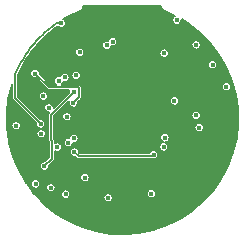
<source format=gbr>
G04 #@! TF.GenerationSoftware,KiCad,Pcbnew,(5.1.5-0-10_14)*
G04 #@! TF.CreationDate,2021-05-03T17:37:28-04:00*
G04 #@! TF.ProjectId,ESLO_RB2,45534c4f-5f52-4423-922e-6b696361645f,rev?*
G04 #@! TF.SameCoordinates,Original*
G04 #@! TF.FileFunction,Copper,L2,Inr*
G04 #@! TF.FilePolarity,Positive*
%FSLAX46Y46*%
G04 Gerber Fmt 4.6, Leading zero omitted, Abs format (unit mm)*
G04 Created by KiCad (PCBNEW (5.1.5-0-10_14)) date 2021-05-03 17:37:28*
%MOMM*%
%LPD*%
G04 APERTURE LIST*
%ADD10C,0.450000*%
%ADD11C,0.150000*%
G04 APERTURE END LIST*
D10*
X215700000Y-95600000D03*
X208769849Y-89145884D03*
X210515358Y-80618212D03*
X206700000Y-89300000D03*
X221943263Y-88428318D03*
X221381794Y-92518206D03*
X210134079Y-89099990D03*
X215800000Y-86900000D03*
X208641366Y-87589013D03*
X217449990Y-91262540D03*
X213477557Y-81650010D03*
X222889990Y-87460701D03*
X212522726Y-91310453D03*
X209300000Y-90900016D03*
X219800000Y-81200000D03*
X221400000Y-81600000D03*
X223800000Y-83600000D03*
X224200000Y-84400000D03*
X224500000Y-85200000D03*
X225100000Y-90100000D03*
X224900000Y-91000000D03*
X224600000Y-91800000D03*
X224300000Y-92600000D03*
X223900000Y-93400000D03*
X223500000Y-94100000D03*
X222100000Y-95700000D03*
X221200000Y-96400000D03*
X220500000Y-92700000D03*
X223200000Y-92500000D03*
X215150000Y-95050000D03*
X216500000Y-95400000D03*
X213500000Y-95400000D03*
X210300000Y-96400000D03*
X209500000Y-95800000D03*
X208700000Y-95000000D03*
X212400000Y-79700000D03*
X210900000Y-81200000D03*
X210000000Y-81400000D03*
X208100000Y-83400000D03*
X210200000Y-83500000D03*
X209200000Y-85100000D03*
X223700000Y-85100000D03*
X219400000Y-79900000D03*
X214500000Y-95400000D03*
X210900000Y-95100000D03*
X211003449Y-88539861D03*
X220100000Y-87200000D03*
X209000000Y-86800000D03*
X212075079Y-83088510D03*
X219237500Y-83162500D03*
X208826710Y-89980794D03*
X210200003Y-91118835D03*
X222203108Y-89462192D03*
X221950000Y-82450000D03*
X224500000Y-86000000D03*
X220309344Y-80349980D03*
X223340000Y-84140000D03*
X211631114Y-91532474D03*
X218350010Y-91760463D03*
X218150000Y-95050000D03*
X211781448Y-85045037D03*
X212527876Y-93697876D03*
X210823949Y-85207633D03*
X211114824Y-90726247D03*
X211595909Y-90367680D03*
X219200000Y-91100000D03*
X219300000Y-90312203D03*
X211563691Y-86472721D03*
X209100000Y-92729990D03*
X209637500Y-94550000D03*
X210300000Y-85500000D03*
X211541491Y-87372733D03*
X208300000Y-84884982D03*
X214366376Y-82508309D03*
X214864658Y-82174049D03*
X208355508Y-94228823D03*
X209470357Y-87776418D03*
D11*
X210021511Y-80709987D02*
X210153423Y-80618212D01*
X209706104Y-80943792D02*
X209862643Y-80825304D01*
X209862643Y-80825304D02*
X210021511Y-80709987D01*
X209551955Y-81065401D02*
X209706104Y-80943792D01*
X209400307Y-81190045D02*
X209551955Y-81065401D01*
X209104590Y-81448370D02*
X209251123Y-81317755D01*
X208960655Y-81581939D02*
X209104590Y-81448370D01*
X208681003Y-81857542D02*
X208819445Y-81718343D01*
X208545370Y-81999490D02*
X208681003Y-81857542D01*
X208282754Y-82291410D02*
X208412611Y-82144123D01*
X208155876Y-82441265D02*
X208282754Y-82291410D01*
X207567948Y-83226858D02*
X207679170Y-83065123D01*
X207459942Y-83390857D02*
X207567948Y-83226858D01*
X207156001Y-83895247D02*
X207253961Y-83725064D01*
X207253961Y-83725064D02*
X207355262Y-83556955D01*
X207911265Y-82748432D02*
X208032081Y-82593563D01*
X206882863Y-84417053D02*
X206970425Y-84241293D01*
X206970425Y-84241293D02*
X207061473Y-84067355D01*
X207061473Y-84067355D02*
X207156001Y-83895247D01*
X208819445Y-81718343D02*
X208960655Y-81581939D01*
X208412611Y-82144123D02*
X208545370Y-81999490D01*
X206718432Y-84773554D02*
X206798875Y-84594453D01*
X206798875Y-84594453D02*
X206882863Y-84417053D01*
X209251123Y-81317755D02*
X209400307Y-81190045D01*
X208032081Y-82593563D02*
X208155876Y-82441265D01*
X206600000Y-86976035D02*
X206600000Y-85057732D01*
X207679170Y-83065123D02*
X207793675Y-82905556D01*
X206641573Y-84954275D02*
X206718432Y-84773554D01*
X207793675Y-82905556D02*
X207911265Y-82748432D01*
X206600000Y-85057732D02*
X206641573Y-84954275D01*
X207355262Y-83556955D02*
X207459942Y-83390857D01*
X210153423Y-80618212D02*
X210515358Y-80618212D01*
X208769849Y-89145884D02*
X206600000Y-86976035D01*
X218210473Y-91900000D02*
X211998640Y-91900000D01*
X211998640Y-91900000D02*
X211631114Y-91532474D01*
X218350010Y-91760463D02*
X218210473Y-91900000D01*
X209750001Y-90583999D02*
X209750001Y-92079989D01*
X209750001Y-92079989D02*
X209100000Y-92729990D01*
X211563691Y-86472721D02*
X209650001Y-88386411D01*
X209650001Y-88386411D02*
X209650001Y-90483999D01*
X209650001Y-90483999D02*
X209750001Y-90583999D01*
X211541491Y-87372733D02*
X212013692Y-86900532D01*
X209480805Y-86065787D02*
X208300000Y-84884982D01*
X212013692Y-86900532D02*
X212013692Y-86065787D01*
X212013692Y-86065787D02*
X209480805Y-86065787D01*
G36*
X219000001Y-79339817D02*
G01*
X219002896Y-79369207D01*
X219014332Y-79406907D01*
X219032903Y-79441651D01*
X219057896Y-79472105D01*
X219088350Y-79497098D01*
X219123094Y-79515669D01*
X219129873Y-79517725D01*
X220160861Y-79978527D01*
X220119873Y-79995505D01*
X220054359Y-80039280D01*
X219998644Y-80094995D01*
X219954869Y-80160509D01*
X219924716Y-80233304D01*
X219909344Y-80310583D01*
X219909344Y-80389377D01*
X219924716Y-80466656D01*
X219954869Y-80539451D01*
X219998644Y-80604965D01*
X220054359Y-80660680D01*
X220119873Y-80704455D01*
X220192668Y-80734608D01*
X220269947Y-80749980D01*
X220348741Y-80749980D01*
X220426020Y-80734608D01*
X220498815Y-80704455D01*
X220564329Y-80660680D01*
X220620044Y-80604965D01*
X220663819Y-80539451D01*
X220693972Y-80466656D01*
X220709344Y-80389377D01*
X220709344Y-80310583D01*
X220706241Y-80294982D01*
X221305660Y-80659181D01*
X222269240Y-81425161D01*
X223129214Y-82305864D01*
X223872031Y-83287413D01*
X224485972Y-84354326D01*
X224961348Y-85489764D01*
X225290671Y-86675839D01*
X225468739Y-87893823D01*
X225492751Y-89124532D01*
X225362324Y-90348538D01*
X225079516Y-91546552D01*
X224648791Y-92699667D01*
X224076935Y-93789710D01*
X223372970Y-94799486D01*
X222547993Y-95713071D01*
X221615024Y-96516052D01*
X220588777Y-97195766D01*
X219485426Y-97741501D01*
X218322371Y-98144647D01*
X217117966Y-98398844D01*
X215891201Y-98500084D01*
X214661418Y-98446771D01*
X213448014Y-98239746D01*
X212270121Y-97882272D01*
X211146324Y-97379989D01*
X210094340Y-96740819D01*
X209130756Y-95974835D01*
X208270786Y-95094136D01*
X208245409Y-95060603D01*
X210500000Y-95060603D01*
X210500000Y-95139397D01*
X210515372Y-95216676D01*
X210545525Y-95289471D01*
X210589300Y-95354985D01*
X210645015Y-95410700D01*
X210710529Y-95454475D01*
X210783324Y-95484628D01*
X210860603Y-95500000D01*
X210939397Y-95500000D01*
X211016676Y-95484628D01*
X211089471Y-95454475D01*
X211154985Y-95410700D01*
X211205082Y-95360603D01*
X214100000Y-95360603D01*
X214100000Y-95439397D01*
X214115372Y-95516676D01*
X214145525Y-95589471D01*
X214189300Y-95654985D01*
X214245015Y-95710700D01*
X214310529Y-95754475D01*
X214383324Y-95784628D01*
X214460603Y-95800000D01*
X214539397Y-95800000D01*
X214616676Y-95784628D01*
X214689471Y-95754475D01*
X214754985Y-95710700D01*
X214810700Y-95654985D01*
X214854475Y-95589471D01*
X214884628Y-95516676D01*
X214900000Y-95439397D01*
X214900000Y-95360603D01*
X214884628Y-95283324D01*
X214854475Y-95210529D01*
X214810700Y-95145015D01*
X214754985Y-95089300D01*
X214689471Y-95045525D01*
X214616676Y-95015372D01*
X214592702Y-95010603D01*
X217750000Y-95010603D01*
X217750000Y-95089397D01*
X217765372Y-95166676D01*
X217795525Y-95239471D01*
X217839300Y-95304985D01*
X217895015Y-95360700D01*
X217960529Y-95404475D01*
X218033324Y-95434628D01*
X218110603Y-95450000D01*
X218189397Y-95450000D01*
X218266676Y-95434628D01*
X218339471Y-95404475D01*
X218404985Y-95360700D01*
X218460700Y-95304985D01*
X218504475Y-95239471D01*
X218534628Y-95166676D01*
X218550000Y-95089397D01*
X218550000Y-95010603D01*
X218534628Y-94933324D01*
X218504475Y-94860529D01*
X218460700Y-94795015D01*
X218404985Y-94739300D01*
X218339471Y-94695525D01*
X218266676Y-94665372D01*
X218189397Y-94650000D01*
X218110603Y-94650000D01*
X218033324Y-94665372D01*
X217960529Y-94695525D01*
X217895015Y-94739300D01*
X217839300Y-94795015D01*
X217795525Y-94860529D01*
X217765372Y-94933324D01*
X217750000Y-95010603D01*
X214592702Y-95010603D01*
X214539397Y-95000000D01*
X214460603Y-95000000D01*
X214383324Y-95015372D01*
X214310529Y-95045525D01*
X214245015Y-95089300D01*
X214189300Y-95145015D01*
X214145525Y-95210529D01*
X214115372Y-95283324D01*
X214100000Y-95360603D01*
X211205082Y-95360603D01*
X211210700Y-95354985D01*
X211254475Y-95289471D01*
X211284628Y-95216676D01*
X211300000Y-95139397D01*
X211300000Y-95060603D01*
X211284628Y-94983324D01*
X211254475Y-94910529D01*
X211210700Y-94845015D01*
X211154985Y-94789300D01*
X211089471Y-94745525D01*
X211016676Y-94715372D01*
X210939397Y-94700000D01*
X210860603Y-94700000D01*
X210783324Y-94715372D01*
X210710529Y-94745525D01*
X210645015Y-94789300D01*
X210589300Y-94845015D01*
X210545525Y-94910529D01*
X210515372Y-94983324D01*
X210500000Y-95060603D01*
X208245409Y-95060603D01*
X207586120Y-94189426D01*
X207955508Y-94189426D01*
X207955508Y-94268220D01*
X207970880Y-94345499D01*
X208001033Y-94418294D01*
X208044808Y-94483808D01*
X208100523Y-94539523D01*
X208166037Y-94583298D01*
X208238832Y-94613451D01*
X208316111Y-94628823D01*
X208394905Y-94628823D01*
X208472184Y-94613451D01*
X208544979Y-94583298D01*
X208610493Y-94539523D01*
X208639413Y-94510603D01*
X209237500Y-94510603D01*
X209237500Y-94589397D01*
X209252872Y-94666676D01*
X209283025Y-94739471D01*
X209326800Y-94804985D01*
X209382515Y-94860700D01*
X209448029Y-94904475D01*
X209520824Y-94934628D01*
X209598103Y-94950000D01*
X209676897Y-94950000D01*
X209754176Y-94934628D01*
X209826971Y-94904475D01*
X209892485Y-94860700D01*
X209948200Y-94804985D01*
X209991975Y-94739471D01*
X210022128Y-94666676D01*
X210037500Y-94589397D01*
X210037500Y-94510603D01*
X210022128Y-94433324D01*
X209991975Y-94360529D01*
X209948200Y-94295015D01*
X209892485Y-94239300D01*
X209826971Y-94195525D01*
X209754176Y-94165372D01*
X209676897Y-94150000D01*
X209598103Y-94150000D01*
X209520824Y-94165372D01*
X209448029Y-94195525D01*
X209382515Y-94239300D01*
X209326800Y-94295015D01*
X209283025Y-94360529D01*
X209252872Y-94433324D01*
X209237500Y-94510603D01*
X208639413Y-94510603D01*
X208666208Y-94483808D01*
X208709983Y-94418294D01*
X208740136Y-94345499D01*
X208755508Y-94268220D01*
X208755508Y-94189426D01*
X208740136Y-94112147D01*
X208709983Y-94039352D01*
X208666208Y-93973838D01*
X208610493Y-93918123D01*
X208544979Y-93874348D01*
X208472184Y-93844195D01*
X208394905Y-93828823D01*
X208316111Y-93828823D01*
X208238832Y-93844195D01*
X208166037Y-93874348D01*
X208100523Y-93918123D01*
X208044808Y-93973838D01*
X208001033Y-94039352D01*
X207970880Y-94112147D01*
X207955508Y-94189426D01*
X207586120Y-94189426D01*
X207527966Y-94112582D01*
X207266659Y-93658479D01*
X212127876Y-93658479D01*
X212127876Y-93737273D01*
X212143248Y-93814552D01*
X212173401Y-93887347D01*
X212217176Y-93952861D01*
X212272891Y-94008576D01*
X212338405Y-94052351D01*
X212411200Y-94082504D01*
X212488479Y-94097876D01*
X212567273Y-94097876D01*
X212644552Y-94082504D01*
X212717347Y-94052351D01*
X212782861Y-94008576D01*
X212838576Y-93952861D01*
X212882351Y-93887347D01*
X212912504Y-93814552D01*
X212927876Y-93737273D01*
X212927876Y-93658479D01*
X212912504Y-93581200D01*
X212882351Y-93508405D01*
X212838576Y-93442891D01*
X212782861Y-93387176D01*
X212717347Y-93343401D01*
X212644552Y-93313248D01*
X212567273Y-93297876D01*
X212488479Y-93297876D01*
X212411200Y-93313248D01*
X212338405Y-93343401D01*
X212272891Y-93387176D01*
X212217176Y-93442891D01*
X212173401Y-93508405D01*
X212143248Y-93581200D01*
X212127876Y-93658479D01*
X207266659Y-93658479D01*
X206914028Y-93045674D01*
X206438652Y-91910236D01*
X206109329Y-90724161D01*
X205994890Y-89941397D01*
X208426710Y-89941397D01*
X208426710Y-90020191D01*
X208442082Y-90097470D01*
X208472235Y-90170265D01*
X208516010Y-90235779D01*
X208571725Y-90291494D01*
X208637239Y-90335269D01*
X208710034Y-90365422D01*
X208787313Y-90380794D01*
X208866107Y-90380794D01*
X208943386Y-90365422D01*
X209016181Y-90335269D01*
X209081695Y-90291494D01*
X209137410Y-90235779D01*
X209181185Y-90170265D01*
X209211338Y-90097470D01*
X209226710Y-90020191D01*
X209226710Y-89941397D01*
X209211338Y-89864118D01*
X209181185Y-89791323D01*
X209137410Y-89725809D01*
X209081695Y-89670094D01*
X209016181Y-89626319D01*
X208943386Y-89596166D01*
X208866107Y-89580794D01*
X208787313Y-89580794D01*
X208710034Y-89596166D01*
X208637239Y-89626319D01*
X208571725Y-89670094D01*
X208516010Y-89725809D01*
X208472235Y-89791323D01*
X208442082Y-89864118D01*
X208426710Y-89941397D01*
X205994890Y-89941397D01*
X205931261Y-89506178D01*
X205926470Y-89260603D01*
X206300000Y-89260603D01*
X206300000Y-89339397D01*
X206315372Y-89416676D01*
X206345525Y-89489471D01*
X206389300Y-89554985D01*
X206445015Y-89610700D01*
X206510529Y-89654475D01*
X206583324Y-89684628D01*
X206660603Y-89700000D01*
X206739397Y-89700000D01*
X206816676Y-89684628D01*
X206889471Y-89654475D01*
X206954985Y-89610700D01*
X207010700Y-89554985D01*
X207054475Y-89489471D01*
X207084628Y-89416676D01*
X207100000Y-89339397D01*
X207100000Y-89260603D01*
X207084628Y-89183324D01*
X207054475Y-89110529D01*
X207010700Y-89045015D01*
X206954985Y-88989300D01*
X206889471Y-88945525D01*
X206816676Y-88915372D01*
X206739397Y-88900000D01*
X206660603Y-88900000D01*
X206583324Y-88915372D01*
X206510529Y-88945525D01*
X206445015Y-88989300D01*
X206389300Y-89045015D01*
X206345525Y-89110529D01*
X206315372Y-89183324D01*
X206300000Y-89260603D01*
X205926470Y-89260603D01*
X205907249Y-88275468D01*
X206037676Y-87051462D01*
X206320484Y-85853448D01*
X206350001Y-85774427D01*
X206350000Y-86963760D01*
X206348791Y-86976035D01*
X206352189Y-87010529D01*
X206353618Y-87025042D01*
X206367913Y-87072168D01*
X206391127Y-87115599D01*
X206422368Y-87153667D01*
X206431914Y-87161501D01*
X208371019Y-89100607D01*
X208369849Y-89106487D01*
X208369849Y-89185281D01*
X208385221Y-89262560D01*
X208415374Y-89335355D01*
X208459149Y-89400869D01*
X208514864Y-89456584D01*
X208580378Y-89500359D01*
X208653173Y-89530512D01*
X208730452Y-89545884D01*
X208809246Y-89545884D01*
X208886525Y-89530512D01*
X208959320Y-89500359D01*
X209024834Y-89456584D01*
X209080549Y-89400869D01*
X209124324Y-89335355D01*
X209154477Y-89262560D01*
X209169849Y-89185281D01*
X209169849Y-89106487D01*
X209154477Y-89029208D01*
X209124324Y-88956413D01*
X209080549Y-88890899D01*
X209024834Y-88835184D01*
X208959320Y-88791409D01*
X208886525Y-88761256D01*
X208809246Y-88745884D01*
X208730452Y-88745884D01*
X208724572Y-88747054D01*
X206850000Y-86872483D01*
X206850000Y-86760603D01*
X208600000Y-86760603D01*
X208600000Y-86839397D01*
X208615372Y-86916676D01*
X208645525Y-86989471D01*
X208689300Y-87054985D01*
X208745015Y-87110700D01*
X208810529Y-87154475D01*
X208883324Y-87184628D01*
X208960603Y-87200000D01*
X209039397Y-87200000D01*
X209116676Y-87184628D01*
X209189471Y-87154475D01*
X209254985Y-87110700D01*
X209310700Y-87054985D01*
X209354475Y-86989471D01*
X209384628Y-86916676D01*
X209400000Y-86839397D01*
X209400000Y-86760603D01*
X209384628Y-86683324D01*
X209354475Y-86610529D01*
X209310700Y-86545015D01*
X209254985Y-86489300D01*
X209189471Y-86445525D01*
X209116676Y-86415372D01*
X209039397Y-86400000D01*
X208960603Y-86400000D01*
X208883324Y-86415372D01*
X208810529Y-86445525D01*
X208745015Y-86489300D01*
X208689300Y-86545015D01*
X208645525Y-86610529D01*
X208615372Y-86683324D01*
X208600000Y-86760603D01*
X206850000Y-86760603D01*
X206850000Y-85106081D01*
X206872618Y-85049797D01*
X206947510Y-84873700D01*
X206960137Y-84845585D01*
X207900000Y-84845585D01*
X207900000Y-84924379D01*
X207915372Y-85001658D01*
X207945525Y-85074453D01*
X207989300Y-85139967D01*
X208045015Y-85195682D01*
X208110529Y-85239457D01*
X208183324Y-85269610D01*
X208260603Y-85284982D01*
X208339397Y-85284982D01*
X208345278Y-85283812D01*
X209295348Y-86233884D01*
X209303173Y-86243419D01*
X209341241Y-86274660D01*
X209384671Y-86297874D01*
X209431797Y-86312169D01*
X209468530Y-86315787D01*
X209468531Y-86315787D01*
X209480804Y-86316996D01*
X209493077Y-86315787D01*
X211195739Y-86315787D01*
X211179063Y-86356045D01*
X211163691Y-86433324D01*
X211163691Y-86512118D01*
X211164861Y-86517998D01*
X209870357Y-87812503D01*
X209870357Y-87737021D01*
X209854985Y-87659742D01*
X209824832Y-87586947D01*
X209781057Y-87521433D01*
X209725342Y-87465718D01*
X209659828Y-87421943D01*
X209587033Y-87391790D01*
X209509754Y-87376418D01*
X209430960Y-87376418D01*
X209353681Y-87391790D01*
X209280886Y-87421943D01*
X209215372Y-87465718D01*
X209159657Y-87521433D01*
X209115882Y-87586947D01*
X209085729Y-87659742D01*
X209070357Y-87737021D01*
X209070357Y-87815815D01*
X209085729Y-87893094D01*
X209115882Y-87965889D01*
X209159657Y-88031403D01*
X209215372Y-88087118D01*
X209280886Y-88130893D01*
X209353681Y-88161046D01*
X209430960Y-88176418D01*
X209506442Y-88176418D01*
X209481915Y-88200945D01*
X209472369Y-88208779D01*
X209441128Y-88246847D01*
X209419141Y-88287982D01*
X209417914Y-88290278D01*
X209403619Y-88337403D01*
X209398792Y-88386411D01*
X209400001Y-88398686D01*
X209400002Y-90471714D01*
X209398792Y-90483999D01*
X209403619Y-90533007D01*
X209417914Y-90580132D01*
X209425661Y-90594625D01*
X209441129Y-90623563D01*
X209472370Y-90661631D01*
X209481910Y-90669460D01*
X209500001Y-90687551D01*
X209500002Y-91976434D01*
X209145278Y-92331160D01*
X209139397Y-92329990D01*
X209060603Y-92329990D01*
X208983324Y-92345362D01*
X208910529Y-92375515D01*
X208845015Y-92419290D01*
X208789300Y-92475005D01*
X208745525Y-92540519D01*
X208715372Y-92613314D01*
X208700000Y-92690593D01*
X208700000Y-92769387D01*
X208715372Y-92846666D01*
X208745525Y-92919461D01*
X208789300Y-92984975D01*
X208845015Y-93040690D01*
X208910529Y-93084465D01*
X208983324Y-93114618D01*
X209060603Y-93129990D01*
X209139397Y-93129990D01*
X209216676Y-93114618D01*
X209289471Y-93084465D01*
X209354985Y-93040690D01*
X209410700Y-92984975D01*
X209454475Y-92919461D01*
X209484628Y-92846666D01*
X209500000Y-92769387D01*
X209500000Y-92690593D01*
X209498830Y-92684712D01*
X209918098Y-92265446D01*
X209927633Y-92257621D01*
X209958874Y-92219553D01*
X209982088Y-92176123D01*
X209983474Y-92171555D01*
X209996383Y-92128999D01*
X210001210Y-92079990D01*
X210000001Y-92067715D01*
X210000001Y-91466273D01*
X210010532Y-91473310D01*
X210083327Y-91503463D01*
X210160606Y-91518835D01*
X210239400Y-91518835D01*
X210316679Y-91503463D01*
X210341752Y-91493077D01*
X211231114Y-91493077D01*
X211231114Y-91571871D01*
X211246486Y-91649150D01*
X211276639Y-91721945D01*
X211320414Y-91787459D01*
X211376129Y-91843174D01*
X211441643Y-91886949D01*
X211514438Y-91917102D01*
X211591717Y-91932474D01*
X211670511Y-91932474D01*
X211676391Y-91931304D01*
X211813182Y-92068096D01*
X211821008Y-92077632D01*
X211859076Y-92108873D01*
X211902506Y-92132087D01*
X211949632Y-92146382D01*
X211986365Y-92150000D01*
X211986366Y-92150000D01*
X211998639Y-92151209D01*
X212010912Y-92150000D01*
X218198198Y-92150000D01*
X218210473Y-92151209D01*
X218246334Y-92147677D01*
X218310613Y-92160463D01*
X218389407Y-92160463D01*
X218466686Y-92145091D01*
X218539481Y-92114938D01*
X218604995Y-92071163D01*
X218660710Y-92015448D01*
X218704485Y-91949934D01*
X218734638Y-91877139D01*
X218750010Y-91799860D01*
X218750010Y-91721066D01*
X218734638Y-91643787D01*
X218704485Y-91570992D01*
X218660710Y-91505478D01*
X218604995Y-91449763D01*
X218539481Y-91405988D01*
X218466686Y-91375835D01*
X218389407Y-91360463D01*
X218310613Y-91360463D01*
X218233334Y-91375835D01*
X218160539Y-91405988D01*
X218095025Y-91449763D01*
X218039310Y-91505478D01*
X217995535Y-91570992D01*
X217965382Y-91643787D01*
X217964146Y-91650000D01*
X212102194Y-91650000D01*
X212029944Y-91577751D01*
X212031114Y-91571871D01*
X212031114Y-91493077D01*
X212015742Y-91415798D01*
X211985589Y-91343003D01*
X211941814Y-91277489D01*
X211886099Y-91221774D01*
X211820585Y-91177999D01*
X211747790Y-91147846D01*
X211670511Y-91132474D01*
X211591717Y-91132474D01*
X211514438Y-91147846D01*
X211441643Y-91177999D01*
X211376129Y-91221774D01*
X211320414Y-91277489D01*
X211276639Y-91343003D01*
X211246486Y-91415798D01*
X211231114Y-91493077D01*
X210341752Y-91493077D01*
X210389474Y-91473310D01*
X210454988Y-91429535D01*
X210510703Y-91373820D01*
X210554478Y-91308306D01*
X210584631Y-91235511D01*
X210600003Y-91158232D01*
X210600003Y-91079438D01*
X210584631Y-91002159D01*
X210554478Y-90929364D01*
X210510703Y-90863850D01*
X210454988Y-90808135D01*
X210389474Y-90764360D01*
X210316679Y-90734207D01*
X210239400Y-90718835D01*
X210160606Y-90718835D01*
X210083327Y-90734207D01*
X210010532Y-90764360D01*
X210000001Y-90771397D01*
X210000001Y-90686850D01*
X210714824Y-90686850D01*
X210714824Y-90765644D01*
X210730196Y-90842923D01*
X210760349Y-90915718D01*
X210804124Y-90981232D01*
X210859839Y-91036947D01*
X210925353Y-91080722D01*
X210998148Y-91110875D01*
X211075427Y-91126247D01*
X211154221Y-91126247D01*
X211231500Y-91110875D01*
X211304295Y-91080722D01*
X211334405Y-91060603D01*
X218800000Y-91060603D01*
X218800000Y-91139397D01*
X218815372Y-91216676D01*
X218845525Y-91289471D01*
X218889300Y-91354985D01*
X218945015Y-91410700D01*
X219010529Y-91454475D01*
X219083324Y-91484628D01*
X219160603Y-91500000D01*
X219239397Y-91500000D01*
X219316676Y-91484628D01*
X219389471Y-91454475D01*
X219454985Y-91410700D01*
X219510700Y-91354985D01*
X219554475Y-91289471D01*
X219584628Y-91216676D01*
X219600000Y-91139397D01*
X219600000Y-91060603D01*
X219584628Y-90983324D01*
X219554475Y-90910529D01*
X219510700Y-90845015D01*
X219454985Y-90789300D01*
X219389471Y-90745525D01*
X219316676Y-90715372D01*
X219300745Y-90712203D01*
X219339397Y-90712203D01*
X219416676Y-90696831D01*
X219489471Y-90666678D01*
X219554985Y-90622903D01*
X219610700Y-90567188D01*
X219654475Y-90501674D01*
X219684628Y-90428879D01*
X219700000Y-90351600D01*
X219700000Y-90272806D01*
X219684628Y-90195527D01*
X219654475Y-90122732D01*
X219610700Y-90057218D01*
X219554985Y-90001503D01*
X219489471Y-89957728D01*
X219416676Y-89927575D01*
X219339397Y-89912203D01*
X219260603Y-89912203D01*
X219183324Y-89927575D01*
X219110529Y-89957728D01*
X219045015Y-90001503D01*
X218989300Y-90057218D01*
X218945525Y-90122732D01*
X218915372Y-90195527D01*
X218900000Y-90272806D01*
X218900000Y-90351600D01*
X218915372Y-90428879D01*
X218945525Y-90501674D01*
X218989300Y-90567188D01*
X219045015Y-90622903D01*
X219110529Y-90666678D01*
X219183324Y-90696831D01*
X219199255Y-90700000D01*
X219160603Y-90700000D01*
X219083324Y-90715372D01*
X219010529Y-90745525D01*
X218945015Y-90789300D01*
X218889300Y-90845015D01*
X218845525Y-90910529D01*
X218815372Y-90983324D01*
X218800000Y-91060603D01*
X211334405Y-91060603D01*
X211369809Y-91036947D01*
X211425524Y-90981232D01*
X211469299Y-90915718D01*
X211499452Y-90842923D01*
X211514824Y-90765644D01*
X211514824Y-90759388D01*
X211556512Y-90767680D01*
X211635306Y-90767680D01*
X211712585Y-90752308D01*
X211785380Y-90722155D01*
X211850894Y-90678380D01*
X211906609Y-90622665D01*
X211950384Y-90557151D01*
X211980537Y-90484356D01*
X211995909Y-90407077D01*
X211995909Y-90328283D01*
X211980537Y-90251004D01*
X211950384Y-90178209D01*
X211906609Y-90112695D01*
X211850894Y-90056980D01*
X211785380Y-90013205D01*
X211712585Y-89983052D01*
X211635306Y-89967680D01*
X211556512Y-89967680D01*
X211479233Y-89983052D01*
X211406438Y-90013205D01*
X211340924Y-90056980D01*
X211285209Y-90112695D01*
X211241434Y-90178209D01*
X211211281Y-90251004D01*
X211195909Y-90328283D01*
X211195909Y-90334539D01*
X211154221Y-90326247D01*
X211075427Y-90326247D01*
X210998148Y-90341619D01*
X210925353Y-90371772D01*
X210859839Y-90415547D01*
X210804124Y-90471262D01*
X210760349Y-90536776D01*
X210730196Y-90609571D01*
X210714824Y-90686850D01*
X210000001Y-90686850D01*
X210000001Y-90596271D01*
X210001210Y-90583998D01*
X210000001Y-90571724D01*
X209996383Y-90534991D01*
X209982088Y-90487865D01*
X209958874Y-90444435D01*
X209927633Y-90406367D01*
X209918091Y-90398537D01*
X209900001Y-90380446D01*
X209900001Y-89422795D01*
X221803108Y-89422795D01*
X221803108Y-89501589D01*
X221818480Y-89578868D01*
X221848633Y-89651663D01*
X221892408Y-89717177D01*
X221948123Y-89772892D01*
X222013637Y-89816667D01*
X222086432Y-89846820D01*
X222163711Y-89862192D01*
X222242505Y-89862192D01*
X222319784Y-89846820D01*
X222392579Y-89816667D01*
X222458093Y-89772892D01*
X222513808Y-89717177D01*
X222557583Y-89651663D01*
X222587736Y-89578868D01*
X222603108Y-89501589D01*
X222603108Y-89422795D01*
X222587736Y-89345516D01*
X222557583Y-89272721D01*
X222513808Y-89207207D01*
X222458093Y-89151492D01*
X222392579Y-89107717D01*
X222319784Y-89077564D01*
X222242505Y-89062192D01*
X222163711Y-89062192D01*
X222086432Y-89077564D01*
X222013637Y-89107717D01*
X221948123Y-89151492D01*
X221892408Y-89207207D01*
X221848633Y-89272721D01*
X221818480Y-89345516D01*
X221803108Y-89422795D01*
X209900001Y-89422795D01*
X209900001Y-88500464D01*
X210603449Y-88500464D01*
X210603449Y-88579258D01*
X210618821Y-88656537D01*
X210648974Y-88729332D01*
X210692749Y-88794846D01*
X210748464Y-88850561D01*
X210813978Y-88894336D01*
X210886773Y-88924489D01*
X210964052Y-88939861D01*
X211042846Y-88939861D01*
X211120125Y-88924489D01*
X211192920Y-88894336D01*
X211258434Y-88850561D01*
X211314149Y-88794846D01*
X211357924Y-88729332D01*
X211388077Y-88656537D01*
X211403449Y-88579258D01*
X211403449Y-88500464D01*
X211388077Y-88423185D01*
X211373885Y-88388921D01*
X221543263Y-88388921D01*
X221543263Y-88467715D01*
X221558635Y-88544994D01*
X221588788Y-88617789D01*
X221632563Y-88683303D01*
X221688278Y-88739018D01*
X221753792Y-88782793D01*
X221826587Y-88812946D01*
X221903866Y-88828318D01*
X221982660Y-88828318D01*
X222059939Y-88812946D01*
X222132734Y-88782793D01*
X222198248Y-88739018D01*
X222253963Y-88683303D01*
X222297738Y-88617789D01*
X222327891Y-88544994D01*
X222343263Y-88467715D01*
X222343263Y-88388921D01*
X222327891Y-88311642D01*
X222297738Y-88238847D01*
X222253963Y-88173333D01*
X222198248Y-88117618D01*
X222132734Y-88073843D01*
X222059939Y-88043690D01*
X221982660Y-88028318D01*
X221903866Y-88028318D01*
X221826587Y-88043690D01*
X221753792Y-88073843D01*
X221688278Y-88117618D01*
X221632563Y-88173333D01*
X221588788Y-88238847D01*
X221558635Y-88311642D01*
X221543263Y-88388921D01*
X211373885Y-88388921D01*
X211357924Y-88350390D01*
X211314149Y-88284876D01*
X211258434Y-88229161D01*
X211192920Y-88185386D01*
X211120125Y-88155233D01*
X211042846Y-88139861D01*
X210964052Y-88139861D01*
X210886773Y-88155233D01*
X210813978Y-88185386D01*
X210748464Y-88229161D01*
X210692749Y-88284876D01*
X210648974Y-88350390D01*
X210618821Y-88423185D01*
X210603449Y-88500464D01*
X209900001Y-88500464D01*
X209900001Y-88489963D01*
X211173095Y-87216871D01*
X211156863Y-87256057D01*
X211141491Y-87333336D01*
X211141491Y-87412130D01*
X211156863Y-87489409D01*
X211187016Y-87562204D01*
X211230791Y-87627718D01*
X211286506Y-87683433D01*
X211352020Y-87727208D01*
X211424815Y-87757361D01*
X211502094Y-87772733D01*
X211580888Y-87772733D01*
X211658167Y-87757361D01*
X211730962Y-87727208D01*
X211796476Y-87683433D01*
X211852191Y-87627718D01*
X211895966Y-87562204D01*
X211926119Y-87489409D01*
X211941491Y-87412130D01*
X211941491Y-87333336D01*
X211940321Y-87327456D01*
X212107174Y-87160603D01*
X219700000Y-87160603D01*
X219700000Y-87239397D01*
X219715372Y-87316676D01*
X219745525Y-87389471D01*
X219789300Y-87454985D01*
X219845015Y-87510700D01*
X219910529Y-87554475D01*
X219983324Y-87584628D01*
X220060603Y-87600000D01*
X220139397Y-87600000D01*
X220216676Y-87584628D01*
X220289471Y-87554475D01*
X220354985Y-87510700D01*
X220410700Y-87454985D01*
X220454475Y-87389471D01*
X220484628Y-87316676D01*
X220500000Y-87239397D01*
X220500000Y-87160603D01*
X220484628Y-87083324D01*
X220454475Y-87010529D01*
X220410700Y-86945015D01*
X220354985Y-86889300D01*
X220289471Y-86845525D01*
X220216676Y-86815372D01*
X220139397Y-86800000D01*
X220060603Y-86800000D01*
X219983324Y-86815372D01*
X219910529Y-86845525D01*
X219845015Y-86889300D01*
X219789300Y-86945015D01*
X219745525Y-87010529D01*
X219715372Y-87083324D01*
X219700000Y-87160603D01*
X212107174Y-87160603D01*
X212181788Y-87085989D01*
X212191324Y-87078164D01*
X212222565Y-87040096D01*
X212245779Y-86996666D01*
X212247962Y-86989471D01*
X212260074Y-86949541D01*
X212264901Y-86900533D01*
X212263692Y-86888258D01*
X212263692Y-86078062D01*
X212264901Y-86065787D01*
X212260074Y-86016779D01*
X212245779Y-85969653D01*
X212240942Y-85960603D01*
X224100000Y-85960603D01*
X224100000Y-86039397D01*
X224115372Y-86116676D01*
X224145525Y-86189471D01*
X224189300Y-86254985D01*
X224245015Y-86310700D01*
X224310529Y-86354475D01*
X224383324Y-86384628D01*
X224460603Y-86400000D01*
X224539397Y-86400000D01*
X224616676Y-86384628D01*
X224689471Y-86354475D01*
X224754985Y-86310700D01*
X224810700Y-86254985D01*
X224854475Y-86189471D01*
X224884628Y-86116676D01*
X224900000Y-86039397D01*
X224900000Y-85960603D01*
X224884628Y-85883324D01*
X224854475Y-85810529D01*
X224810700Y-85745015D01*
X224754985Y-85689300D01*
X224689471Y-85645525D01*
X224616676Y-85615372D01*
X224539397Y-85600000D01*
X224460603Y-85600000D01*
X224383324Y-85615372D01*
X224310529Y-85645525D01*
X224245015Y-85689300D01*
X224189300Y-85745015D01*
X224145525Y-85810529D01*
X224115372Y-85883324D01*
X224100000Y-85960603D01*
X212240942Y-85960603D01*
X212222565Y-85926223D01*
X212191324Y-85888155D01*
X212153256Y-85856914D01*
X212109826Y-85833700D01*
X212062700Y-85819405D01*
X212025967Y-85815787D01*
X212013692Y-85814578D01*
X212001417Y-85815787D01*
X210547372Y-85815787D01*
X210554985Y-85810700D01*
X210610700Y-85754985D01*
X210654475Y-85689471D01*
X210684628Y-85616676D01*
X210690839Y-85585454D01*
X210707273Y-85592261D01*
X210784552Y-85607633D01*
X210863346Y-85607633D01*
X210940625Y-85592261D01*
X211013420Y-85562108D01*
X211078934Y-85518333D01*
X211134649Y-85462618D01*
X211178424Y-85397104D01*
X211208577Y-85324309D01*
X211223949Y-85247030D01*
X211223949Y-85168236D01*
X211208577Y-85090957D01*
X211178424Y-85018162D01*
X211170058Y-85005640D01*
X211381448Y-85005640D01*
X211381448Y-85084434D01*
X211396820Y-85161713D01*
X211426973Y-85234508D01*
X211470748Y-85300022D01*
X211526463Y-85355737D01*
X211591977Y-85399512D01*
X211664772Y-85429665D01*
X211742051Y-85445037D01*
X211820845Y-85445037D01*
X211898124Y-85429665D01*
X211970919Y-85399512D01*
X212036433Y-85355737D01*
X212092148Y-85300022D01*
X212135923Y-85234508D01*
X212166076Y-85161713D01*
X212181448Y-85084434D01*
X212181448Y-85005640D01*
X212166076Y-84928361D01*
X212135923Y-84855566D01*
X212092148Y-84790052D01*
X212036433Y-84734337D01*
X211970919Y-84690562D01*
X211898124Y-84660409D01*
X211820845Y-84645037D01*
X211742051Y-84645037D01*
X211664772Y-84660409D01*
X211591977Y-84690562D01*
X211526463Y-84734337D01*
X211470748Y-84790052D01*
X211426973Y-84855566D01*
X211396820Y-84928361D01*
X211381448Y-85005640D01*
X211170058Y-85005640D01*
X211134649Y-84952648D01*
X211078934Y-84896933D01*
X211013420Y-84853158D01*
X210940625Y-84823005D01*
X210863346Y-84807633D01*
X210784552Y-84807633D01*
X210707273Y-84823005D01*
X210634478Y-84853158D01*
X210568964Y-84896933D01*
X210513249Y-84952648D01*
X210469474Y-85018162D01*
X210439321Y-85090957D01*
X210433110Y-85122179D01*
X210416676Y-85115372D01*
X210339397Y-85100000D01*
X210260603Y-85100000D01*
X210183324Y-85115372D01*
X210110529Y-85145525D01*
X210045015Y-85189300D01*
X209989300Y-85245015D01*
X209945525Y-85310529D01*
X209915372Y-85383324D01*
X209900000Y-85460603D01*
X209900000Y-85539397D01*
X209915372Y-85616676D01*
X209945525Y-85689471D01*
X209989300Y-85754985D01*
X210045015Y-85810700D01*
X210052628Y-85815787D01*
X209584359Y-85815787D01*
X208698830Y-84930260D01*
X208700000Y-84924379D01*
X208700000Y-84845585D01*
X208684628Y-84768306D01*
X208654475Y-84695511D01*
X208610700Y-84629997D01*
X208554985Y-84574282D01*
X208489471Y-84530507D01*
X208416676Y-84500354D01*
X208339397Y-84484982D01*
X208260603Y-84484982D01*
X208183324Y-84500354D01*
X208110529Y-84530507D01*
X208045015Y-84574282D01*
X207989300Y-84629997D01*
X207945525Y-84695511D01*
X207915372Y-84768306D01*
X207900000Y-84845585D01*
X206960137Y-84845585D01*
X207025914Y-84699139D01*
X207107768Y-84526250D01*
X207193101Y-84354965D01*
X207281804Y-84185508D01*
X207328437Y-84100603D01*
X222940000Y-84100603D01*
X222940000Y-84179397D01*
X222955372Y-84256676D01*
X222985525Y-84329471D01*
X223029300Y-84394985D01*
X223085015Y-84450700D01*
X223150529Y-84494475D01*
X223223324Y-84524628D01*
X223300603Y-84540000D01*
X223379397Y-84540000D01*
X223456676Y-84524628D01*
X223529471Y-84494475D01*
X223594985Y-84450700D01*
X223650700Y-84394985D01*
X223694475Y-84329471D01*
X223724628Y-84256676D01*
X223740000Y-84179397D01*
X223740000Y-84100603D01*
X223724628Y-84023324D01*
X223694475Y-83950529D01*
X223650700Y-83885015D01*
X223594985Y-83829300D01*
X223529471Y-83785525D01*
X223456676Y-83755372D01*
X223379397Y-83740000D01*
X223300603Y-83740000D01*
X223223324Y-83755372D01*
X223150529Y-83785525D01*
X223085015Y-83829300D01*
X223029300Y-83885015D01*
X222985525Y-83950529D01*
X222955372Y-84023324D01*
X222940000Y-84100603D01*
X207328437Y-84100603D01*
X207373931Y-84017774D01*
X207469391Y-83851934D01*
X207568101Y-83688125D01*
X207670122Y-83526247D01*
X207775372Y-83366434D01*
X207883756Y-83208827D01*
X207995347Y-83053321D01*
X207998496Y-83049113D01*
X211675079Y-83049113D01*
X211675079Y-83127907D01*
X211690451Y-83205186D01*
X211720604Y-83277981D01*
X211764379Y-83343495D01*
X211820094Y-83399210D01*
X211885608Y-83442985D01*
X211958403Y-83473138D01*
X212035682Y-83488510D01*
X212114476Y-83488510D01*
X212191755Y-83473138D01*
X212264550Y-83442985D01*
X212330064Y-83399210D01*
X212385779Y-83343495D01*
X212429554Y-83277981D01*
X212459707Y-83205186D01*
X212475079Y-83127907D01*
X212475079Y-83123103D01*
X218837500Y-83123103D01*
X218837500Y-83201897D01*
X218852872Y-83279176D01*
X218883025Y-83351971D01*
X218926800Y-83417485D01*
X218982515Y-83473200D01*
X219048029Y-83516975D01*
X219120824Y-83547128D01*
X219198103Y-83562500D01*
X219276897Y-83562500D01*
X219354176Y-83547128D01*
X219426971Y-83516975D01*
X219492485Y-83473200D01*
X219548200Y-83417485D01*
X219591975Y-83351971D01*
X219622128Y-83279176D01*
X219637500Y-83201897D01*
X219637500Y-83123103D01*
X219622128Y-83045824D01*
X219591975Y-82973029D01*
X219548200Y-82907515D01*
X219492485Y-82851800D01*
X219426971Y-82808025D01*
X219354176Y-82777872D01*
X219276897Y-82762500D01*
X219198103Y-82762500D01*
X219120824Y-82777872D01*
X219048029Y-82808025D01*
X218982515Y-82851800D01*
X218926800Y-82907515D01*
X218883025Y-82973029D01*
X218852872Y-83045824D01*
X218837500Y-83123103D01*
X212475079Y-83123103D01*
X212475079Y-83049113D01*
X212459707Y-82971834D01*
X212429554Y-82899039D01*
X212385779Y-82833525D01*
X212330064Y-82777810D01*
X212264550Y-82734035D01*
X212191755Y-82703882D01*
X212114476Y-82688510D01*
X212035682Y-82688510D01*
X211958403Y-82703882D01*
X211885608Y-82734035D01*
X211820094Y-82777810D01*
X211764379Y-82833525D01*
X211720604Y-82899039D01*
X211690451Y-82971834D01*
X211675079Y-83049113D01*
X207998496Y-83049113D01*
X208109937Y-82900207D01*
X208227675Y-82749284D01*
X208348307Y-82600879D01*
X208460039Y-82468912D01*
X213966376Y-82468912D01*
X213966376Y-82547706D01*
X213981748Y-82624985D01*
X214011901Y-82697780D01*
X214055676Y-82763294D01*
X214111391Y-82819009D01*
X214176905Y-82862784D01*
X214249700Y-82892937D01*
X214326979Y-82908309D01*
X214405773Y-82908309D01*
X214483052Y-82892937D01*
X214555847Y-82862784D01*
X214621361Y-82819009D01*
X214677076Y-82763294D01*
X214720851Y-82697780D01*
X214751004Y-82624985D01*
X214763577Y-82561779D01*
X214825261Y-82574049D01*
X214904055Y-82574049D01*
X214981334Y-82558677D01*
X215054129Y-82528524D01*
X215119643Y-82484749D01*
X215175358Y-82429034D01*
X215187673Y-82410603D01*
X221550000Y-82410603D01*
X221550000Y-82489397D01*
X221565372Y-82566676D01*
X221595525Y-82639471D01*
X221639300Y-82704985D01*
X221695015Y-82760700D01*
X221760529Y-82804475D01*
X221833324Y-82834628D01*
X221910603Y-82850000D01*
X221989397Y-82850000D01*
X222066676Y-82834628D01*
X222139471Y-82804475D01*
X222204985Y-82760700D01*
X222260700Y-82704985D01*
X222304475Y-82639471D01*
X222334628Y-82566676D01*
X222350000Y-82489397D01*
X222350000Y-82410603D01*
X222334628Y-82333324D01*
X222304475Y-82260529D01*
X222260700Y-82195015D01*
X222204985Y-82139300D01*
X222139471Y-82095525D01*
X222066676Y-82065372D01*
X221989397Y-82050000D01*
X221910603Y-82050000D01*
X221833324Y-82065372D01*
X221760529Y-82095525D01*
X221695015Y-82139300D01*
X221639300Y-82195015D01*
X221595525Y-82260529D01*
X221565372Y-82333324D01*
X221550000Y-82410603D01*
X215187673Y-82410603D01*
X215219133Y-82363520D01*
X215249286Y-82290725D01*
X215264658Y-82213446D01*
X215264658Y-82134652D01*
X215249286Y-82057373D01*
X215219133Y-81984578D01*
X215175358Y-81919064D01*
X215119643Y-81863349D01*
X215054129Y-81819574D01*
X214981334Y-81789421D01*
X214904055Y-81774049D01*
X214825261Y-81774049D01*
X214747982Y-81789421D01*
X214675187Y-81819574D01*
X214609673Y-81863349D01*
X214553958Y-81919064D01*
X214510183Y-81984578D01*
X214480030Y-82057373D01*
X214467457Y-82120579D01*
X214405773Y-82108309D01*
X214326979Y-82108309D01*
X214249700Y-82123681D01*
X214176905Y-82153834D01*
X214111391Y-82197609D01*
X214055676Y-82253324D01*
X214011901Y-82318838D01*
X213981748Y-82391633D01*
X213966376Y-82468912D01*
X208460039Y-82468912D01*
X208471938Y-82454859D01*
X208598495Y-82311315D01*
X208727856Y-82170385D01*
X208860032Y-82032054D01*
X208994942Y-81896407D01*
X209132526Y-81763505D01*
X209272791Y-81633341D01*
X209415595Y-81506050D01*
X209561005Y-81381571D01*
X209708752Y-81260133D01*
X209859001Y-81141601D01*
X210011560Y-81026126D01*
X210166348Y-80913772D01*
X210212868Y-80881407D01*
X210260373Y-80928912D01*
X210325887Y-80972687D01*
X210398682Y-81002840D01*
X210475961Y-81018212D01*
X210554755Y-81018212D01*
X210632034Y-81002840D01*
X210704829Y-80972687D01*
X210770343Y-80928912D01*
X210826058Y-80873197D01*
X210869833Y-80807683D01*
X210899986Y-80734888D01*
X210915358Y-80657609D01*
X210915358Y-80578815D01*
X210899986Y-80501536D01*
X210869833Y-80428741D01*
X210826058Y-80363227D01*
X210770343Y-80307512D01*
X210713070Y-80269244D01*
X210811223Y-80204234D01*
X211918474Y-79656570D01*
X212265986Y-79518982D01*
X212276906Y-79515669D01*
X212311650Y-79497098D01*
X212342105Y-79472105D01*
X212367098Y-79441651D01*
X212385669Y-79406907D01*
X212397105Y-79369207D01*
X212400000Y-79339817D01*
X212400000Y-79175000D01*
X219000001Y-79175000D01*
X219000001Y-79339817D01*
G37*
X219000001Y-79339817D02*
X219002896Y-79369207D01*
X219014332Y-79406907D01*
X219032903Y-79441651D01*
X219057896Y-79472105D01*
X219088350Y-79497098D01*
X219123094Y-79515669D01*
X219129873Y-79517725D01*
X220160861Y-79978527D01*
X220119873Y-79995505D01*
X220054359Y-80039280D01*
X219998644Y-80094995D01*
X219954869Y-80160509D01*
X219924716Y-80233304D01*
X219909344Y-80310583D01*
X219909344Y-80389377D01*
X219924716Y-80466656D01*
X219954869Y-80539451D01*
X219998644Y-80604965D01*
X220054359Y-80660680D01*
X220119873Y-80704455D01*
X220192668Y-80734608D01*
X220269947Y-80749980D01*
X220348741Y-80749980D01*
X220426020Y-80734608D01*
X220498815Y-80704455D01*
X220564329Y-80660680D01*
X220620044Y-80604965D01*
X220663819Y-80539451D01*
X220693972Y-80466656D01*
X220709344Y-80389377D01*
X220709344Y-80310583D01*
X220706241Y-80294982D01*
X221305660Y-80659181D01*
X222269240Y-81425161D01*
X223129214Y-82305864D01*
X223872031Y-83287413D01*
X224485972Y-84354326D01*
X224961348Y-85489764D01*
X225290671Y-86675839D01*
X225468739Y-87893823D01*
X225492751Y-89124532D01*
X225362324Y-90348538D01*
X225079516Y-91546552D01*
X224648791Y-92699667D01*
X224076935Y-93789710D01*
X223372970Y-94799486D01*
X222547993Y-95713071D01*
X221615024Y-96516052D01*
X220588777Y-97195766D01*
X219485426Y-97741501D01*
X218322371Y-98144647D01*
X217117966Y-98398844D01*
X215891201Y-98500084D01*
X214661418Y-98446771D01*
X213448014Y-98239746D01*
X212270121Y-97882272D01*
X211146324Y-97379989D01*
X210094340Y-96740819D01*
X209130756Y-95974835D01*
X208270786Y-95094136D01*
X208245409Y-95060603D01*
X210500000Y-95060603D01*
X210500000Y-95139397D01*
X210515372Y-95216676D01*
X210545525Y-95289471D01*
X210589300Y-95354985D01*
X210645015Y-95410700D01*
X210710529Y-95454475D01*
X210783324Y-95484628D01*
X210860603Y-95500000D01*
X210939397Y-95500000D01*
X211016676Y-95484628D01*
X211089471Y-95454475D01*
X211154985Y-95410700D01*
X211205082Y-95360603D01*
X214100000Y-95360603D01*
X214100000Y-95439397D01*
X214115372Y-95516676D01*
X214145525Y-95589471D01*
X214189300Y-95654985D01*
X214245015Y-95710700D01*
X214310529Y-95754475D01*
X214383324Y-95784628D01*
X214460603Y-95800000D01*
X214539397Y-95800000D01*
X214616676Y-95784628D01*
X214689471Y-95754475D01*
X214754985Y-95710700D01*
X214810700Y-95654985D01*
X214854475Y-95589471D01*
X214884628Y-95516676D01*
X214900000Y-95439397D01*
X214900000Y-95360603D01*
X214884628Y-95283324D01*
X214854475Y-95210529D01*
X214810700Y-95145015D01*
X214754985Y-95089300D01*
X214689471Y-95045525D01*
X214616676Y-95015372D01*
X214592702Y-95010603D01*
X217750000Y-95010603D01*
X217750000Y-95089397D01*
X217765372Y-95166676D01*
X217795525Y-95239471D01*
X217839300Y-95304985D01*
X217895015Y-95360700D01*
X217960529Y-95404475D01*
X218033324Y-95434628D01*
X218110603Y-95450000D01*
X218189397Y-95450000D01*
X218266676Y-95434628D01*
X218339471Y-95404475D01*
X218404985Y-95360700D01*
X218460700Y-95304985D01*
X218504475Y-95239471D01*
X218534628Y-95166676D01*
X218550000Y-95089397D01*
X218550000Y-95010603D01*
X218534628Y-94933324D01*
X218504475Y-94860529D01*
X218460700Y-94795015D01*
X218404985Y-94739300D01*
X218339471Y-94695525D01*
X218266676Y-94665372D01*
X218189397Y-94650000D01*
X218110603Y-94650000D01*
X218033324Y-94665372D01*
X217960529Y-94695525D01*
X217895015Y-94739300D01*
X217839300Y-94795015D01*
X217795525Y-94860529D01*
X217765372Y-94933324D01*
X217750000Y-95010603D01*
X214592702Y-95010603D01*
X214539397Y-95000000D01*
X214460603Y-95000000D01*
X214383324Y-95015372D01*
X214310529Y-95045525D01*
X214245015Y-95089300D01*
X214189300Y-95145015D01*
X214145525Y-95210529D01*
X214115372Y-95283324D01*
X214100000Y-95360603D01*
X211205082Y-95360603D01*
X211210700Y-95354985D01*
X211254475Y-95289471D01*
X211284628Y-95216676D01*
X211300000Y-95139397D01*
X211300000Y-95060603D01*
X211284628Y-94983324D01*
X211254475Y-94910529D01*
X211210700Y-94845015D01*
X211154985Y-94789300D01*
X211089471Y-94745525D01*
X211016676Y-94715372D01*
X210939397Y-94700000D01*
X210860603Y-94700000D01*
X210783324Y-94715372D01*
X210710529Y-94745525D01*
X210645015Y-94789300D01*
X210589300Y-94845015D01*
X210545525Y-94910529D01*
X210515372Y-94983324D01*
X210500000Y-95060603D01*
X208245409Y-95060603D01*
X207586120Y-94189426D01*
X207955508Y-94189426D01*
X207955508Y-94268220D01*
X207970880Y-94345499D01*
X208001033Y-94418294D01*
X208044808Y-94483808D01*
X208100523Y-94539523D01*
X208166037Y-94583298D01*
X208238832Y-94613451D01*
X208316111Y-94628823D01*
X208394905Y-94628823D01*
X208472184Y-94613451D01*
X208544979Y-94583298D01*
X208610493Y-94539523D01*
X208639413Y-94510603D01*
X209237500Y-94510603D01*
X209237500Y-94589397D01*
X209252872Y-94666676D01*
X209283025Y-94739471D01*
X209326800Y-94804985D01*
X209382515Y-94860700D01*
X209448029Y-94904475D01*
X209520824Y-94934628D01*
X209598103Y-94950000D01*
X209676897Y-94950000D01*
X209754176Y-94934628D01*
X209826971Y-94904475D01*
X209892485Y-94860700D01*
X209948200Y-94804985D01*
X209991975Y-94739471D01*
X210022128Y-94666676D01*
X210037500Y-94589397D01*
X210037500Y-94510603D01*
X210022128Y-94433324D01*
X209991975Y-94360529D01*
X209948200Y-94295015D01*
X209892485Y-94239300D01*
X209826971Y-94195525D01*
X209754176Y-94165372D01*
X209676897Y-94150000D01*
X209598103Y-94150000D01*
X209520824Y-94165372D01*
X209448029Y-94195525D01*
X209382515Y-94239300D01*
X209326800Y-94295015D01*
X209283025Y-94360529D01*
X209252872Y-94433324D01*
X209237500Y-94510603D01*
X208639413Y-94510603D01*
X208666208Y-94483808D01*
X208709983Y-94418294D01*
X208740136Y-94345499D01*
X208755508Y-94268220D01*
X208755508Y-94189426D01*
X208740136Y-94112147D01*
X208709983Y-94039352D01*
X208666208Y-93973838D01*
X208610493Y-93918123D01*
X208544979Y-93874348D01*
X208472184Y-93844195D01*
X208394905Y-93828823D01*
X208316111Y-93828823D01*
X208238832Y-93844195D01*
X208166037Y-93874348D01*
X208100523Y-93918123D01*
X208044808Y-93973838D01*
X208001033Y-94039352D01*
X207970880Y-94112147D01*
X207955508Y-94189426D01*
X207586120Y-94189426D01*
X207527966Y-94112582D01*
X207266659Y-93658479D01*
X212127876Y-93658479D01*
X212127876Y-93737273D01*
X212143248Y-93814552D01*
X212173401Y-93887347D01*
X212217176Y-93952861D01*
X212272891Y-94008576D01*
X212338405Y-94052351D01*
X212411200Y-94082504D01*
X212488479Y-94097876D01*
X212567273Y-94097876D01*
X212644552Y-94082504D01*
X212717347Y-94052351D01*
X212782861Y-94008576D01*
X212838576Y-93952861D01*
X212882351Y-93887347D01*
X212912504Y-93814552D01*
X212927876Y-93737273D01*
X212927876Y-93658479D01*
X212912504Y-93581200D01*
X212882351Y-93508405D01*
X212838576Y-93442891D01*
X212782861Y-93387176D01*
X212717347Y-93343401D01*
X212644552Y-93313248D01*
X212567273Y-93297876D01*
X212488479Y-93297876D01*
X212411200Y-93313248D01*
X212338405Y-93343401D01*
X212272891Y-93387176D01*
X212217176Y-93442891D01*
X212173401Y-93508405D01*
X212143248Y-93581200D01*
X212127876Y-93658479D01*
X207266659Y-93658479D01*
X206914028Y-93045674D01*
X206438652Y-91910236D01*
X206109329Y-90724161D01*
X205994890Y-89941397D01*
X208426710Y-89941397D01*
X208426710Y-90020191D01*
X208442082Y-90097470D01*
X208472235Y-90170265D01*
X208516010Y-90235779D01*
X208571725Y-90291494D01*
X208637239Y-90335269D01*
X208710034Y-90365422D01*
X208787313Y-90380794D01*
X208866107Y-90380794D01*
X208943386Y-90365422D01*
X209016181Y-90335269D01*
X209081695Y-90291494D01*
X209137410Y-90235779D01*
X209181185Y-90170265D01*
X209211338Y-90097470D01*
X209226710Y-90020191D01*
X209226710Y-89941397D01*
X209211338Y-89864118D01*
X209181185Y-89791323D01*
X209137410Y-89725809D01*
X209081695Y-89670094D01*
X209016181Y-89626319D01*
X208943386Y-89596166D01*
X208866107Y-89580794D01*
X208787313Y-89580794D01*
X208710034Y-89596166D01*
X208637239Y-89626319D01*
X208571725Y-89670094D01*
X208516010Y-89725809D01*
X208472235Y-89791323D01*
X208442082Y-89864118D01*
X208426710Y-89941397D01*
X205994890Y-89941397D01*
X205931261Y-89506178D01*
X205926470Y-89260603D01*
X206300000Y-89260603D01*
X206300000Y-89339397D01*
X206315372Y-89416676D01*
X206345525Y-89489471D01*
X206389300Y-89554985D01*
X206445015Y-89610700D01*
X206510529Y-89654475D01*
X206583324Y-89684628D01*
X206660603Y-89700000D01*
X206739397Y-89700000D01*
X206816676Y-89684628D01*
X206889471Y-89654475D01*
X206954985Y-89610700D01*
X207010700Y-89554985D01*
X207054475Y-89489471D01*
X207084628Y-89416676D01*
X207100000Y-89339397D01*
X207100000Y-89260603D01*
X207084628Y-89183324D01*
X207054475Y-89110529D01*
X207010700Y-89045015D01*
X206954985Y-88989300D01*
X206889471Y-88945525D01*
X206816676Y-88915372D01*
X206739397Y-88900000D01*
X206660603Y-88900000D01*
X206583324Y-88915372D01*
X206510529Y-88945525D01*
X206445015Y-88989300D01*
X206389300Y-89045015D01*
X206345525Y-89110529D01*
X206315372Y-89183324D01*
X206300000Y-89260603D01*
X205926470Y-89260603D01*
X205907249Y-88275468D01*
X206037676Y-87051462D01*
X206320484Y-85853448D01*
X206350001Y-85774427D01*
X206350000Y-86963760D01*
X206348791Y-86976035D01*
X206352189Y-87010529D01*
X206353618Y-87025042D01*
X206367913Y-87072168D01*
X206391127Y-87115599D01*
X206422368Y-87153667D01*
X206431914Y-87161501D01*
X208371019Y-89100607D01*
X208369849Y-89106487D01*
X208369849Y-89185281D01*
X208385221Y-89262560D01*
X208415374Y-89335355D01*
X208459149Y-89400869D01*
X208514864Y-89456584D01*
X208580378Y-89500359D01*
X208653173Y-89530512D01*
X208730452Y-89545884D01*
X208809246Y-89545884D01*
X208886525Y-89530512D01*
X208959320Y-89500359D01*
X209024834Y-89456584D01*
X209080549Y-89400869D01*
X209124324Y-89335355D01*
X209154477Y-89262560D01*
X209169849Y-89185281D01*
X209169849Y-89106487D01*
X209154477Y-89029208D01*
X209124324Y-88956413D01*
X209080549Y-88890899D01*
X209024834Y-88835184D01*
X208959320Y-88791409D01*
X208886525Y-88761256D01*
X208809246Y-88745884D01*
X208730452Y-88745884D01*
X208724572Y-88747054D01*
X206850000Y-86872483D01*
X206850000Y-86760603D01*
X208600000Y-86760603D01*
X208600000Y-86839397D01*
X208615372Y-86916676D01*
X208645525Y-86989471D01*
X208689300Y-87054985D01*
X208745015Y-87110700D01*
X208810529Y-87154475D01*
X208883324Y-87184628D01*
X208960603Y-87200000D01*
X209039397Y-87200000D01*
X209116676Y-87184628D01*
X209189471Y-87154475D01*
X209254985Y-87110700D01*
X209310700Y-87054985D01*
X209354475Y-86989471D01*
X209384628Y-86916676D01*
X209400000Y-86839397D01*
X209400000Y-86760603D01*
X209384628Y-86683324D01*
X209354475Y-86610529D01*
X209310700Y-86545015D01*
X209254985Y-86489300D01*
X209189471Y-86445525D01*
X209116676Y-86415372D01*
X209039397Y-86400000D01*
X208960603Y-86400000D01*
X208883324Y-86415372D01*
X208810529Y-86445525D01*
X208745015Y-86489300D01*
X208689300Y-86545015D01*
X208645525Y-86610529D01*
X208615372Y-86683324D01*
X208600000Y-86760603D01*
X206850000Y-86760603D01*
X206850000Y-85106081D01*
X206872618Y-85049797D01*
X206947510Y-84873700D01*
X206960137Y-84845585D01*
X207900000Y-84845585D01*
X207900000Y-84924379D01*
X207915372Y-85001658D01*
X207945525Y-85074453D01*
X207989300Y-85139967D01*
X208045015Y-85195682D01*
X208110529Y-85239457D01*
X208183324Y-85269610D01*
X208260603Y-85284982D01*
X208339397Y-85284982D01*
X208345278Y-85283812D01*
X209295348Y-86233884D01*
X209303173Y-86243419D01*
X209341241Y-86274660D01*
X209384671Y-86297874D01*
X209431797Y-86312169D01*
X209468530Y-86315787D01*
X209468531Y-86315787D01*
X209480804Y-86316996D01*
X209493077Y-86315787D01*
X211195739Y-86315787D01*
X211179063Y-86356045D01*
X211163691Y-86433324D01*
X211163691Y-86512118D01*
X211164861Y-86517998D01*
X209870357Y-87812503D01*
X209870357Y-87737021D01*
X209854985Y-87659742D01*
X209824832Y-87586947D01*
X209781057Y-87521433D01*
X209725342Y-87465718D01*
X209659828Y-87421943D01*
X209587033Y-87391790D01*
X209509754Y-87376418D01*
X209430960Y-87376418D01*
X209353681Y-87391790D01*
X209280886Y-87421943D01*
X209215372Y-87465718D01*
X209159657Y-87521433D01*
X209115882Y-87586947D01*
X209085729Y-87659742D01*
X209070357Y-87737021D01*
X209070357Y-87815815D01*
X209085729Y-87893094D01*
X209115882Y-87965889D01*
X209159657Y-88031403D01*
X209215372Y-88087118D01*
X209280886Y-88130893D01*
X209353681Y-88161046D01*
X209430960Y-88176418D01*
X209506442Y-88176418D01*
X209481915Y-88200945D01*
X209472369Y-88208779D01*
X209441128Y-88246847D01*
X209419141Y-88287982D01*
X209417914Y-88290278D01*
X209403619Y-88337403D01*
X209398792Y-88386411D01*
X209400001Y-88398686D01*
X209400002Y-90471714D01*
X209398792Y-90483999D01*
X209403619Y-90533007D01*
X209417914Y-90580132D01*
X209425661Y-90594625D01*
X209441129Y-90623563D01*
X209472370Y-90661631D01*
X209481910Y-90669460D01*
X209500001Y-90687551D01*
X209500002Y-91976434D01*
X209145278Y-92331160D01*
X209139397Y-92329990D01*
X209060603Y-92329990D01*
X208983324Y-92345362D01*
X208910529Y-92375515D01*
X208845015Y-92419290D01*
X208789300Y-92475005D01*
X208745525Y-92540519D01*
X208715372Y-92613314D01*
X208700000Y-92690593D01*
X208700000Y-92769387D01*
X208715372Y-92846666D01*
X208745525Y-92919461D01*
X208789300Y-92984975D01*
X208845015Y-93040690D01*
X208910529Y-93084465D01*
X208983324Y-93114618D01*
X209060603Y-93129990D01*
X209139397Y-93129990D01*
X209216676Y-93114618D01*
X209289471Y-93084465D01*
X209354985Y-93040690D01*
X209410700Y-92984975D01*
X209454475Y-92919461D01*
X209484628Y-92846666D01*
X209500000Y-92769387D01*
X209500000Y-92690593D01*
X209498830Y-92684712D01*
X209918098Y-92265446D01*
X209927633Y-92257621D01*
X209958874Y-92219553D01*
X209982088Y-92176123D01*
X209983474Y-92171555D01*
X209996383Y-92128999D01*
X210001210Y-92079990D01*
X210000001Y-92067715D01*
X210000001Y-91466273D01*
X210010532Y-91473310D01*
X210083327Y-91503463D01*
X210160606Y-91518835D01*
X210239400Y-91518835D01*
X210316679Y-91503463D01*
X210341752Y-91493077D01*
X211231114Y-91493077D01*
X211231114Y-91571871D01*
X211246486Y-91649150D01*
X211276639Y-91721945D01*
X211320414Y-91787459D01*
X211376129Y-91843174D01*
X211441643Y-91886949D01*
X211514438Y-91917102D01*
X211591717Y-91932474D01*
X211670511Y-91932474D01*
X211676391Y-91931304D01*
X211813182Y-92068096D01*
X211821008Y-92077632D01*
X211859076Y-92108873D01*
X211902506Y-92132087D01*
X211949632Y-92146382D01*
X211986365Y-92150000D01*
X211986366Y-92150000D01*
X211998639Y-92151209D01*
X212010912Y-92150000D01*
X218198198Y-92150000D01*
X218210473Y-92151209D01*
X218246334Y-92147677D01*
X218310613Y-92160463D01*
X218389407Y-92160463D01*
X218466686Y-92145091D01*
X218539481Y-92114938D01*
X218604995Y-92071163D01*
X218660710Y-92015448D01*
X218704485Y-91949934D01*
X218734638Y-91877139D01*
X218750010Y-91799860D01*
X218750010Y-91721066D01*
X218734638Y-91643787D01*
X218704485Y-91570992D01*
X218660710Y-91505478D01*
X218604995Y-91449763D01*
X218539481Y-91405988D01*
X218466686Y-91375835D01*
X218389407Y-91360463D01*
X218310613Y-91360463D01*
X218233334Y-91375835D01*
X218160539Y-91405988D01*
X218095025Y-91449763D01*
X218039310Y-91505478D01*
X217995535Y-91570992D01*
X217965382Y-91643787D01*
X217964146Y-91650000D01*
X212102194Y-91650000D01*
X212029944Y-91577751D01*
X212031114Y-91571871D01*
X212031114Y-91493077D01*
X212015742Y-91415798D01*
X211985589Y-91343003D01*
X211941814Y-91277489D01*
X211886099Y-91221774D01*
X211820585Y-91177999D01*
X211747790Y-91147846D01*
X211670511Y-91132474D01*
X211591717Y-91132474D01*
X211514438Y-91147846D01*
X211441643Y-91177999D01*
X211376129Y-91221774D01*
X211320414Y-91277489D01*
X211276639Y-91343003D01*
X211246486Y-91415798D01*
X211231114Y-91493077D01*
X210341752Y-91493077D01*
X210389474Y-91473310D01*
X210454988Y-91429535D01*
X210510703Y-91373820D01*
X210554478Y-91308306D01*
X210584631Y-91235511D01*
X210600003Y-91158232D01*
X210600003Y-91079438D01*
X210584631Y-91002159D01*
X210554478Y-90929364D01*
X210510703Y-90863850D01*
X210454988Y-90808135D01*
X210389474Y-90764360D01*
X210316679Y-90734207D01*
X210239400Y-90718835D01*
X210160606Y-90718835D01*
X210083327Y-90734207D01*
X210010532Y-90764360D01*
X210000001Y-90771397D01*
X210000001Y-90686850D01*
X210714824Y-90686850D01*
X210714824Y-90765644D01*
X210730196Y-90842923D01*
X210760349Y-90915718D01*
X210804124Y-90981232D01*
X210859839Y-91036947D01*
X210925353Y-91080722D01*
X210998148Y-91110875D01*
X211075427Y-91126247D01*
X211154221Y-91126247D01*
X211231500Y-91110875D01*
X211304295Y-91080722D01*
X211334405Y-91060603D01*
X218800000Y-91060603D01*
X218800000Y-91139397D01*
X218815372Y-91216676D01*
X218845525Y-91289471D01*
X218889300Y-91354985D01*
X218945015Y-91410700D01*
X219010529Y-91454475D01*
X219083324Y-91484628D01*
X219160603Y-91500000D01*
X219239397Y-91500000D01*
X219316676Y-91484628D01*
X219389471Y-91454475D01*
X219454985Y-91410700D01*
X219510700Y-91354985D01*
X219554475Y-91289471D01*
X219584628Y-91216676D01*
X219600000Y-91139397D01*
X219600000Y-91060603D01*
X219584628Y-90983324D01*
X219554475Y-90910529D01*
X219510700Y-90845015D01*
X219454985Y-90789300D01*
X219389471Y-90745525D01*
X219316676Y-90715372D01*
X219300745Y-90712203D01*
X219339397Y-90712203D01*
X219416676Y-90696831D01*
X219489471Y-90666678D01*
X219554985Y-90622903D01*
X219610700Y-90567188D01*
X219654475Y-90501674D01*
X219684628Y-90428879D01*
X219700000Y-90351600D01*
X219700000Y-90272806D01*
X219684628Y-90195527D01*
X219654475Y-90122732D01*
X219610700Y-90057218D01*
X219554985Y-90001503D01*
X219489471Y-89957728D01*
X219416676Y-89927575D01*
X219339397Y-89912203D01*
X219260603Y-89912203D01*
X219183324Y-89927575D01*
X219110529Y-89957728D01*
X219045015Y-90001503D01*
X218989300Y-90057218D01*
X218945525Y-90122732D01*
X218915372Y-90195527D01*
X218900000Y-90272806D01*
X218900000Y-90351600D01*
X218915372Y-90428879D01*
X218945525Y-90501674D01*
X218989300Y-90567188D01*
X219045015Y-90622903D01*
X219110529Y-90666678D01*
X219183324Y-90696831D01*
X219199255Y-90700000D01*
X219160603Y-90700000D01*
X219083324Y-90715372D01*
X219010529Y-90745525D01*
X218945015Y-90789300D01*
X218889300Y-90845015D01*
X218845525Y-90910529D01*
X218815372Y-90983324D01*
X218800000Y-91060603D01*
X211334405Y-91060603D01*
X211369809Y-91036947D01*
X211425524Y-90981232D01*
X211469299Y-90915718D01*
X211499452Y-90842923D01*
X211514824Y-90765644D01*
X211514824Y-90759388D01*
X211556512Y-90767680D01*
X211635306Y-90767680D01*
X211712585Y-90752308D01*
X211785380Y-90722155D01*
X211850894Y-90678380D01*
X211906609Y-90622665D01*
X211950384Y-90557151D01*
X211980537Y-90484356D01*
X211995909Y-90407077D01*
X211995909Y-90328283D01*
X211980537Y-90251004D01*
X211950384Y-90178209D01*
X211906609Y-90112695D01*
X211850894Y-90056980D01*
X211785380Y-90013205D01*
X211712585Y-89983052D01*
X211635306Y-89967680D01*
X211556512Y-89967680D01*
X211479233Y-89983052D01*
X211406438Y-90013205D01*
X211340924Y-90056980D01*
X211285209Y-90112695D01*
X211241434Y-90178209D01*
X211211281Y-90251004D01*
X211195909Y-90328283D01*
X211195909Y-90334539D01*
X211154221Y-90326247D01*
X211075427Y-90326247D01*
X210998148Y-90341619D01*
X210925353Y-90371772D01*
X210859839Y-90415547D01*
X210804124Y-90471262D01*
X210760349Y-90536776D01*
X210730196Y-90609571D01*
X210714824Y-90686850D01*
X210000001Y-90686850D01*
X210000001Y-90596271D01*
X210001210Y-90583998D01*
X210000001Y-90571724D01*
X209996383Y-90534991D01*
X209982088Y-90487865D01*
X209958874Y-90444435D01*
X209927633Y-90406367D01*
X209918091Y-90398537D01*
X209900001Y-90380446D01*
X209900001Y-89422795D01*
X221803108Y-89422795D01*
X221803108Y-89501589D01*
X221818480Y-89578868D01*
X221848633Y-89651663D01*
X221892408Y-89717177D01*
X221948123Y-89772892D01*
X222013637Y-89816667D01*
X222086432Y-89846820D01*
X222163711Y-89862192D01*
X222242505Y-89862192D01*
X222319784Y-89846820D01*
X222392579Y-89816667D01*
X222458093Y-89772892D01*
X222513808Y-89717177D01*
X222557583Y-89651663D01*
X222587736Y-89578868D01*
X222603108Y-89501589D01*
X222603108Y-89422795D01*
X222587736Y-89345516D01*
X222557583Y-89272721D01*
X222513808Y-89207207D01*
X222458093Y-89151492D01*
X222392579Y-89107717D01*
X222319784Y-89077564D01*
X222242505Y-89062192D01*
X222163711Y-89062192D01*
X222086432Y-89077564D01*
X222013637Y-89107717D01*
X221948123Y-89151492D01*
X221892408Y-89207207D01*
X221848633Y-89272721D01*
X221818480Y-89345516D01*
X221803108Y-89422795D01*
X209900001Y-89422795D01*
X209900001Y-88500464D01*
X210603449Y-88500464D01*
X210603449Y-88579258D01*
X210618821Y-88656537D01*
X210648974Y-88729332D01*
X210692749Y-88794846D01*
X210748464Y-88850561D01*
X210813978Y-88894336D01*
X210886773Y-88924489D01*
X210964052Y-88939861D01*
X211042846Y-88939861D01*
X211120125Y-88924489D01*
X211192920Y-88894336D01*
X211258434Y-88850561D01*
X211314149Y-88794846D01*
X211357924Y-88729332D01*
X211388077Y-88656537D01*
X211403449Y-88579258D01*
X211403449Y-88500464D01*
X211388077Y-88423185D01*
X211373885Y-88388921D01*
X221543263Y-88388921D01*
X221543263Y-88467715D01*
X221558635Y-88544994D01*
X221588788Y-88617789D01*
X221632563Y-88683303D01*
X221688278Y-88739018D01*
X221753792Y-88782793D01*
X221826587Y-88812946D01*
X221903866Y-88828318D01*
X221982660Y-88828318D01*
X222059939Y-88812946D01*
X222132734Y-88782793D01*
X222198248Y-88739018D01*
X222253963Y-88683303D01*
X222297738Y-88617789D01*
X222327891Y-88544994D01*
X222343263Y-88467715D01*
X222343263Y-88388921D01*
X222327891Y-88311642D01*
X222297738Y-88238847D01*
X222253963Y-88173333D01*
X222198248Y-88117618D01*
X222132734Y-88073843D01*
X222059939Y-88043690D01*
X221982660Y-88028318D01*
X221903866Y-88028318D01*
X221826587Y-88043690D01*
X221753792Y-88073843D01*
X221688278Y-88117618D01*
X221632563Y-88173333D01*
X221588788Y-88238847D01*
X221558635Y-88311642D01*
X221543263Y-88388921D01*
X211373885Y-88388921D01*
X211357924Y-88350390D01*
X211314149Y-88284876D01*
X211258434Y-88229161D01*
X211192920Y-88185386D01*
X211120125Y-88155233D01*
X211042846Y-88139861D01*
X210964052Y-88139861D01*
X210886773Y-88155233D01*
X210813978Y-88185386D01*
X210748464Y-88229161D01*
X210692749Y-88284876D01*
X210648974Y-88350390D01*
X210618821Y-88423185D01*
X210603449Y-88500464D01*
X209900001Y-88500464D01*
X209900001Y-88489963D01*
X211173095Y-87216871D01*
X211156863Y-87256057D01*
X211141491Y-87333336D01*
X211141491Y-87412130D01*
X211156863Y-87489409D01*
X211187016Y-87562204D01*
X211230791Y-87627718D01*
X211286506Y-87683433D01*
X211352020Y-87727208D01*
X211424815Y-87757361D01*
X211502094Y-87772733D01*
X211580888Y-87772733D01*
X211658167Y-87757361D01*
X211730962Y-87727208D01*
X211796476Y-87683433D01*
X211852191Y-87627718D01*
X211895966Y-87562204D01*
X211926119Y-87489409D01*
X211941491Y-87412130D01*
X211941491Y-87333336D01*
X211940321Y-87327456D01*
X212107174Y-87160603D01*
X219700000Y-87160603D01*
X219700000Y-87239397D01*
X219715372Y-87316676D01*
X219745525Y-87389471D01*
X219789300Y-87454985D01*
X219845015Y-87510700D01*
X219910529Y-87554475D01*
X219983324Y-87584628D01*
X220060603Y-87600000D01*
X220139397Y-87600000D01*
X220216676Y-87584628D01*
X220289471Y-87554475D01*
X220354985Y-87510700D01*
X220410700Y-87454985D01*
X220454475Y-87389471D01*
X220484628Y-87316676D01*
X220500000Y-87239397D01*
X220500000Y-87160603D01*
X220484628Y-87083324D01*
X220454475Y-87010529D01*
X220410700Y-86945015D01*
X220354985Y-86889300D01*
X220289471Y-86845525D01*
X220216676Y-86815372D01*
X220139397Y-86800000D01*
X220060603Y-86800000D01*
X219983324Y-86815372D01*
X219910529Y-86845525D01*
X219845015Y-86889300D01*
X219789300Y-86945015D01*
X219745525Y-87010529D01*
X219715372Y-87083324D01*
X219700000Y-87160603D01*
X212107174Y-87160603D01*
X212181788Y-87085989D01*
X212191324Y-87078164D01*
X212222565Y-87040096D01*
X212245779Y-86996666D01*
X212247962Y-86989471D01*
X212260074Y-86949541D01*
X212264901Y-86900533D01*
X212263692Y-86888258D01*
X212263692Y-86078062D01*
X212264901Y-86065787D01*
X212260074Y-86016779D01*
X212245779Y-85969653D01*
X212240942Y-85960603D01*
X224100000Y-85960603D01*
X224100000Y-86039397D01*
X224115372Y-86116676D01*
X224145525Y-86189471D01*
X224189300Y-86254985D01*
X224245015Y-86310700D01*
X224310529Y-86354475D01*
X224383324Y-86384628D01*
X224460603Y-86400000D01*
X224539397Y-86400000D01*
X224616676Y-86384628D01*
X224689471Y-86354475D01*
X224754985Y-86310700D01*
X224810700Y-86254985D01*
X224854475Y-86189471D01*
X224884628Y-86116676D01*
X224900000Y-86039397D01*
X224900000Y-85960603D01*
X224884628Y-85883324D01*
X224854475Y-85810529D01*
X224810700Y-85745015D01*
X224754985Y-85689300D01*
X224689471Y-85645525D01*
X224616676Y-85615372D01*
X224539397Y-85600000D01*
X224460603Y-85600000D01*
X224383324Y-85615372D01*
X224310529Y-85645525D01*
X224245015Y-85689300D01*
X224189300Y-85745015D01*
X224145525Y-85810529D01*
X224115372Y-85883324D01*
X224100000Y-85960603D01*
X212240942Y-85960603D01*
X212222565Y-85926223D01*
X212191324Y-85888155D01*
X212153256Y-85856914D01*
X212109826Y-85833700D01*
X212062700Y-85819405D01*
X212025967Y-85815787D01*
X212013692Y-85814578D01*
X212001417Y-85815787D01*
X210547372Y-85815787D01*
X210554985Y-85810700D01*
X210610700Y-85754985D01*
X210654475Y-85689471D01*
X210684628Y-85616676D01*
X210690839Y-85585454D01*
X210707273Y-85592261D01*
X210784552Y-85607633D01*
X210863346Y-85607633D01*
X210940625Y-85592261D01*
X211013420Y-85562108D01*
X211078934Y-85518333D01*
X211134649Y-85462618D01*
X211178424Y-85397104D01*
X211208577Y-85324309D01*
X211223949Y-85247030D01*
X211223949Y-85168236D01*
X211208577Y-85090957D01*
X211178424Y-85018162D01*
X211170058Y-85005640D01*
X211381448Y-85005640D01*
X211381448Y-85084434D01*
X211396820Y-85161713D01*
X211426973Y-85234508D01*
X211470748Y-85300022D01*
X211526463Y-85355737D01*
X211591977Y-85399512D01*
X211664772Y-85429665D01*
X211742051Y-85445037D01*
X211820845Y-85445037D01*
X211898124Y-85429665D01*
X211970919Y-85399512D01*
X212036433Y-85355737D01*
X212092148Y-85300022D01*
X212135923Y-85234508D01*
X212166076Y-85161713D01*
X212181448Y-85084434D01*
X212181448Y-85005640D01*
X212166076Y-84928361D01*
X212135923Y-84855566D01*
X212092148Y-84790052D01*
X212036433Y-84734337D01*
X211970919Y-84690562D01*
X211898124Y-84660409D01*
X211820845Y-84645037D01*
X211742051Y-84645037D01*
X211664772Y-84660409D01*
X211591977Y-84690562D01*
X211526463Y-84734337D01*
X211470748Y-84790052D01*
X211426973Y-84855566D01*
X211396820Y-84928361D01*
X211381448Y-85005640D01*
X211170058Y-85005640D01*
X211134649Y-84952648D01*
X211078934Y-84896933D01*
X211013420Y-84853158D01*
X210940625Y-84823005D01*
X210863346Y-84807633D01*
X210784552Y-84807633D01*
X210707273Y-84823005D01*
X210634478Y-84853158D01*
X210568964Y-84896933D01*
X210513249Y-84952648D01*
X210469474Y-85018162D01*
X210439321Y-85090957D01*
X210433110Y-85122179D01*
X210416676Y-85115372D01*
X210339397Y-85100000D01*
X210260603Y-85100000D01*
X210183324Y-85115372D01*
X210110529Y-85145525D01*
X210045015Y-85189300D01*
X209989300Y-85245015D01*
X209945525Y-85310529D01*
X209915372Y-85383324D01*
X209900000Y-85460603D01*
X209900000Y-85539397D01*
X209915372Y-85616676D01*
X209945525Y-85689471D01*
X209989300Y-85754985D01*
X210045015Y-85810700D01*
X210052628Y-85815787D01*
X209584359Y-85815787D01*
X208698830Y-84930260D01*
X208700000Y-84924379D01*
X208700000Y-84845585D01*
X208684628Y-84768306D01*
X208654475Y-84695511D01*
X208610700Y-84629997D01*
X208554985Y-84574282D01*
X208489471Y-84530507D01*
X208416676Y-84500354D01*
X208339397Y-84484982D01*
X208260603Y-84484982D01*
X208183324Y-84500354D01*
X208110529Y-84530507D01*
X208045015Y-84574282D01*
X207989300Y-84629997D01*
X207945525Y-84695511D01*
X207915372Y-84768306D01*
X207900000Y-84845585D01*
X206960137Y-84845585D01*
X207025914Y-84699139D01*
X207107768Y-84526250D01*
X207193101Y-84354965D01*
X207281804Y-84185508D01*
X207328437Y-84100603D01*
X222940000Y-84100603D01*
X222940000Y-84179397D01*
X222955372Y-84256676D01*
X222985525Y-84329471D01*
X223029300Y-84394985D01*
X223085015Y-84450700D01*
X223150529Y-84494475D01*
X223223324Y-84524628D01*
X223300603Y-84540000D01*
X223379397Y-84540000D01*
X223456676Y-84524628D01*
X223529471Y-84494475D01*
X223594985Y-84450700D01*
X223650700Y-84394985D01*
X223694475Y-84329471D01*
X223724628Y-84256676D01*
X223740000Y-84179397D01*
X223740000Y-84100603D01*
X223724628Y-84023324D01*
X223694475Y-83950529D01*
X223650700Y-83885015D01*
X223594985Y-83829300D01*
X223529471Y-83785525D01*
X223456676Y-83755372D01*
X223379397Y-83740000D01*
X223300603Y-83740000D01*
X223223324Y-83755372D01*
X223150529Y-83785525D01*
X223085015Y-83829300D01*
X223029300Y-83885015D01*
X222985525Y-83950529D01*
X222955372Y-84023324D01*
X222940000Y-84100603D01*
X207328437Y-84100603D01*
X207373931Y-84017774D01*
X207469391Y-83851934D01*
X207568101Y-83688125D01*
X207670122Y-83526247D01*
X207775372Y-83366434D01*
X207883756Y-83208827D01*
X207995347Y-83053321D01*
X207998496Y-83049113D01*
X211675079Y-83049113D01*
X211675079Y-83127907D01*
X211690451Y-83205186D01*
X211720604Y-83277981D01*
X211764379Y-83343495D01*
X211820094Y-83399210D01*
X211885608Y-83442985D01*
X211958403Y-83473138D01*
X212035682Y-83488510D01*
X212114476Y-83488510D01*
X212191755Y-83473138D01*
X212264550Y-83442985D01*
X212330064Y-83399210D01*
X212385779Y-83343495D01*
X212429554Y-83277981D01*
X212459707Y-83205186D01*
X212475079Y-83127907D01*
X212475079Y-83123103D01*
X218837500Y-83123103D01*
X218837500Y-83201897D01*
X218852872Y-83279176D01*
X218883025Y-83351971D01*
X218926800Y-83417485D01*
X218982515Y-83473200D01*
X219048029Y-83516975D01*
X219120824Y-83547128D01*
X219198103Y-83562500D01*
X219276897Y-83562500D01*
X219354176Y-83547128D01*
X219426971Y-83516975D01*
X219492485Y-83473200D01*
X219548200Y-83417485D01*
X219591975Y-83351971D01*
X219622128Y-83279176D01*
X219637500Y-83201897D01*
X219637500Y-83123103D01*
X219622128Y-83045824D01*
X219591975Y-82973029D01*
X219548200Y-82907515D01*
X219492485Y-82851800D01*
X219426971Y-82808025D01*
X219354176Y-82777872D01*
X219276897Y-82762500D01*
X219198103Y-82762500D01*
X219120824Y-82777872D01*
X219048029Y-82808025D01*
X218982515Y-82851800D01*
X218926800Y-82907515D01*
X218883025Y-82973029D01*
X218852872Y-83045824D01*
X218837500Y-83123103D01*
X212475079Y-83123103D01*
X212475079Y-83049113D01*
X212459707Y-82971834D01*
X212429554Y-82899039D01*
X212385779Y-82833525D01*
X212330064Y-82777810D01*
X212264550Y-82734035D01*
X212191755Y-82703882D01*
X212114476Y-82688510D01*
X212035682Y-82688510D01*
X211958403Y-82703882D01*
X211885608Y-82734035D01*
X211820094Y-82777810D01*
X211764379Y-82833525D01*
X211720604Y-82899039D01*
X211690451Y-82971834D01*
X211675079Y-83049113D01*
X207998496Y-83049113D01*
X208109937Y-82900207D01*
X208227675Y-82749284D01*
X208348307Y-82600879D01*
X208460039Y-82468912D01*
X213966376Y-82468912D01*
X213966376Y-82547706D01*
X213981748Y-82624985D01*
X214011901Y-82697780D01*
X214055676Y-82763294D01*
X214111391Y-82819009D01*
X214176905Y-82862784D01*
X214249700Y-82892937D01*
X214326979Y-82908309D01*
X214405773Y-82908309D01*
X214483052Y-82892937D01*
X214555847Y-82862784D01*
X214621361Y-82819009D01*
X214677076Y-82763294D01*
X214720851Y-82697780D01*
X214751004Y-82624985D01*
X214763577Y-82561779D01*
X214825261Y-82574049D01*
X214904055Y-82574049D01*
X214981334Y-82558677D01*
X215054129Y-82528524D01*
X215119643Y-82484749D01*
X215175358Y-82429034D01*
X215187673Y-82410603D01*
X221550000Y-82410603D01*
X221550000Y-82489397D01*
X221565372Y-82566676D01*
X221595525Y-82639471D01*
X221639300Y-82704985D01*
X221695015Y-82760700D01*
X221760529Y-82804475D01*
X221833324Y-82834628D01*
X221910603Y-82850000D01*
X221989397Y-82850000D01*
X222066676Y-82834628D01*
X222139471Y-82804475D01*
X222204985Y-82760700D01*
X222260700Y-82704985D01*
X222304475Y-82639471D01*
X222334628Y-82566676D01*
X222350000Y-82489397D01*
X222350000Y-82410603D01*
X222334628Y-82333324D01*
X222304475Y-82260529D01*
X222260700Y-82195015D01*
X222204985Y-82139300D01*
X222139471Y-82095525D01*
X222066676Y-82065372D01*
X221989397Y-82050000D01*
X221910603Y-82050000D01*
X221833324Y-82065372D01*
X221760529Y-82095525D01*
X221695015Y-82139300D01*
X221639300Y-82195015D01*
X221595525Y-82260529D01*
X221565372Y-82333324D01*
X221550000Y-82410603D01*
X215187673Y-82410603D01*
X215219133Y-82363520D01*
X215249286Y-82290725D01*
X215264658Y-82213446D01*
X215264658Y-82134652D01*
X215249286Y-82057373D01*
X215219133Y-81984578D01*
X215175358Y-81919064D01*
X215119643Y-81863349D01*
X215054129Y-81819574D01*
X214981334Y-81789421D01*
X214904055Y-81774049D01*
X214825261Y-81774049D01*
X214747982Y-81789421D01*
X214675187Y-81819574D01*
X214609673Y-81863349D01*
X214553958Y-81919064D01*
X214510183Y-81984578D01*
X214480030Y-82057373D01*
X214467457Y-82120579D01*
X214405773Y-82108309D01*
X214326979Y-82108309D01*
X214249700Y-82123681D01*
X214176905Y-82153834D01*
X214111391Y-82197609D01*
X214055676Y-82253324D01*
X214011901Y-82318838D01*
X213981748Y-82391633D01*
X213966376Y-82468912D01*
X208460039Y-82468912D01*
X208471938Y-82454859D01*
X208598495Y-82311315D01*
X208727856Y-82170385D01*
X208860032Y-82032054D01*
X208994942Y-81896407D01*
X209132526Y-81763505D01*
X209272791Y-81633341D01*
X209415595Y-81506050D01*
X209561005Y-81381571D01*
X209708752Y-81260133D01*
X209859001Y-81141601D01*
X210011560Y-81026126D01*
X210166348Y-80913772D01*
X210212868Y-80881407D01*
X210260373Y-80928912D01*
X210325887Y-80972687D01*
X210398682Y-81002840D01*
X210475961Y-81018212D01*
X210554755Y-81018212D01*
X210632034Y-81002840D01*
X210704829Y-80972687D01*
X210770343Y-80928912D01*
X210826058Y-80873197D01*
X210869833Y-80807683D01*
X210899986Y-80734888D01*
X210915358Y-80657609D01*
X210915358Y-80578815D01*
X210899986Y-80501536D01*
X210869833Y-80428741D01*
X210826058Y-80363227D01*
X210770343Y-80307512D01*
X210713070Y-80269244D01*
X210811223Y-80204234D01*
X211918474Y-79656570D01*
X212265986Y-79518982D01*
X212276906Y-79515669D01*
X212311650Y-79497098D01*
X212342105Y-79472105D01*
X212367098Y-79441651D01*
X212385669Y-79406907D01*
X212397105Y-79369207D01*
X212400000Y-79339817D01*
X212400000Y-79175000D01*
X219000001Y-79175000D01*
X219000001Y-79339817D01*
M02*

</source>
